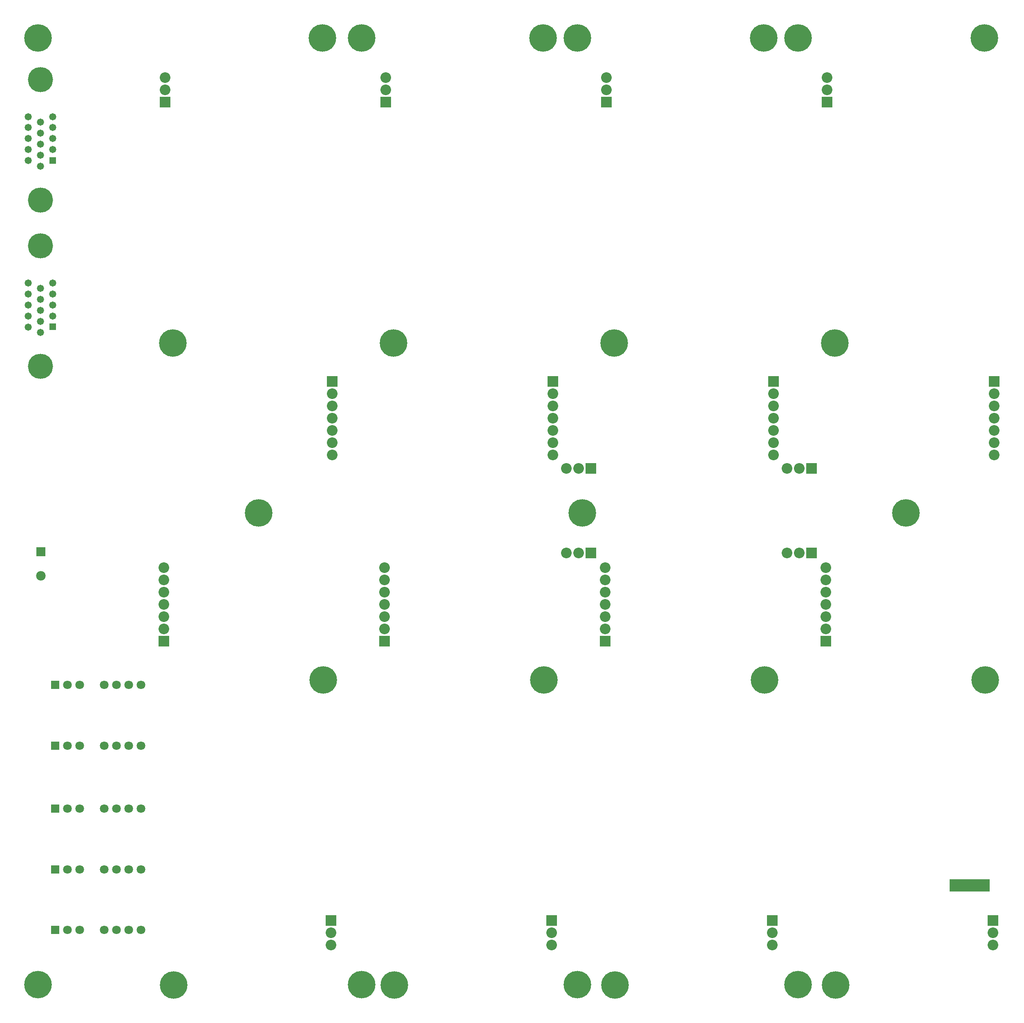
<source format=gbs>
G04*
G04 #@! TF.GenerationSoftware,Altium Limited,Altium Designer,20.0.14 (345)*
G04*
G04 Layer_Color=16711935*
%FSLAX25Y25*%
%MOIN*%
G70*
G01*
G75*
%ADD70C,0.08674*%
%ADD71R,0.08674X0.08674*%
%ADD72R,0.07099X0.07099*%
%ADD73C,0.07099*%
%ADD74R,0.08674X0.08674*%
%ADD75C,0.20485*%
%ADD76C,0.05800*%
%ADD77R,0.05800X0.05800*%
%ADD78C,0.07800*%
%ADD79R,0.07800X0.07800*%
%ADD80C,0.22453*%
%ADD81C,0.03400*%
%ADD106R,0.32673X0.10236*%
D70*
X779964Y442326D02*
D03*
Y462326D02*
D03*
Y452326D02*
D03*
Y472326D02*
D03*
Y482326D02*
D03*
Y432326D02*
D03*
X599964Y442326D02*
D03*
Y462326D02*
D03*
Y452326D02*
D03*
Y472326D02*
D03*
Y482326D02*
D03*
Y432326D02*
D03*
X419964D02*
D03*
Y482326D02*
D03*
Y472326D02*
D03*
Y452326D02*
D03*
Y462326D02*
D03*
Y442326D02*
D03*
X642520Y330425D02*
D03*
Y310425D02*
D03*
Y320425D02*
D03*
Y300425D02*
D03*
Y290425D02*
D03*
Y340425D02*
D03*
X462520D02*
D03*
Y290425D02*
D03*
Y300425D02*
D03*
Y320425D02*
D03*
Y310425D02*
D03*
Y330425D02*
D03*
X239964Y442326D02*
D03*
Y462326D02*
D03*
Y452326D02*
D03*
Y472326D02*
D03*
Y482326D02*
D03*
Y432326D02*
D03*
X102520Y340425D02*
D03*
Y290425D02*
D03*
Y300425D02*
D03*
Y320425D02*
D03*
Y310425D02*
D03*
Y330425D02*
D03*
X282520D02*
D03*
Y310425D02*
D03*
Y320425D02*
D03*
Y300425D02*
D03*
Y290425D02*
D03*
Y340425D02*
D03*
X103476Y740307D02*
D03*
Y730307D02*
D03*
X238999Y42429D02*
D03*
Y32429D02*
D03*
X598999D02*
D03*
Y42429D02*
D03*
X643476Y730307D02*
D03*
Y740307D02*
D03*
X283476D02*
D03*
Y730307D02*
D03*
X418999Y42429D02*
D03*
Y32429D02*
D03*
X778999D02*
D03*
Y42429D02*
D03*
X463476Y730307D02*
D03*
Y740307D02*
D03*
X610964Y421326D02*
D03*
X620964D02*
D03*
X440964D02*
D03*
X430964D02*
D03*
Y352326D02*
D03*
X440964D02*
D03*
X620964D02*
D03*
X610964D02*
D03*
D71*
X779964Y492326D02*
D03*
X599964D02*
D03*
X419964D02*
D03*
X642520Y280425D02*
D03*
X462520D02*
D03*
X239964Y492326D02*
D03*
X102520Y280425D02*
D03*
X282520D02*
D03*
X103476Y720307D02*
D03*
X238999Y52429D02*
D03*
X598999D02*
D03*
X643476Y720307D02*
D03*
X283476D02*
D03*
X418999Y52429D02*
D03*
X778999D02*
D03*
X463476Y720307D02*
D03*
D72*
X14000Y143831D02*
D03*
Y94021D02*
D03*
Y195000D02*
D03*
Y44800D02*
D03*
Y244800D02*
D03*
D73*
X24000Y143831D02*
D03*
X34000D02*
D03*
X54000D02*
D03*
X64000D02*
D03*
X74000D02*
D03*
X84000D02*
D03*
Y94021D02*
D03*
X74000D02*
D03*
X64000D02*
D03*
X54000D02*
D03*
X34000D02*
D03*
X24000D02*
D03*
Y195000D02*
D03*
X34000D02*
D03*
X54000D02*
D03*
X64000D02*
D03*
X74000D02*
D03*
X84000D02*
D03*
Y44800D02*
D03*
X74000D02*
D03*
X64000D02*
D03*
X54000D02*
D03*
X34000D02*
D03*
X24000D02*
D03*
Y244800D02*
D03*
X34000D02*
D03*
X54000D02*
D03*
X64000D02*
D03*
X74000D02*
D03*
X84000D02*
D03*
D74*
X630964Y421326D02*
D03*
X450964D02*
D03*
Y352326D02*
D03*
X630964D02*
D03*
D75*
X2000Y603115D02*
D03*
Y504729D02*
D03*
Y640536D02*
D03*
Y738922D02*
D03*
D76*
Y532406D02*
D03*
Y541383D02*
D03*
Y550359D02*
D03*
Y559335D02*
D03*
Y568312D02*
D03*
X12000Y572800D02*
D03*
Y563824D02*
D03*
Y554847D02*
D03*
Y545871D02*
D03*
X-8000Y572800D02*
D03*
Y563824D02*
D03*
Y554847D02*
D03*
Y545871D02*
D03*
Y536895D02*
D03*
Y672702D02*
D03*
Y681678D02*
D03*
Y690654D02*
D03*
Y699631D02*
D03*
Y708607D02*
D03*
X12000Y681678D02*
D03*
Y690654D02*
D03*
Y699631D02*
D03*
Y708607D02*
D03*
X2000Y704119D02*
D03*
Y695143D02*
D03*
Y686166D02*
D03*
Y677190D02*
D03*
Y668213D02*
D03*
D77*
X11842Y536973D02*
D03*
Y672780D02*
D03*
D78*
X2291Y333800D02*
D03*
D79*
Y353485D02*
D03*
D80*
X180000Y385000D02*
D03*
X110000Y523800D02*
D03*
X412000Y772800D02*
D03*
X440000D02*
D03*
X592000D02*
D03*
X620000D02*
D03*
X444000Y385000D02*
D03*
X708000D02*
D03*
X650552Y-91D02*
D03*
X620000Y0D02*
D03*
X290552Y-91D02*
D03*
X264000Y0D02*
D03*
X0D02*
D03*
X772000Y772800D02*
D03*
X440000Y0D02*
D03*
X412552Y248909D02*
D03*
X772552D02*
D03*
X592552D02*
D03*
X232552D02*
D03*
X232000Y772800D02*
D03*
X264000D02*
D03*
X650000Y523800D02*
D03*
X470000D02*
D03*
X470552Y-91D02*
D03*
X110552D02*
D03*
X290000Y523800D02*
D03*
X-0Y772800D02*
D03*
D81*
X625921Y767041D02*
D03*
X613921Y779041D02*
D03*
X613421Y767541D02*
D03*
X625921Y779041D02*
D03*
X619921Y764541D02*
D03*
X628421Y773041D02*
D03*
X611421D02*
D03*
X619921Y781541D02*
D03*
X625921Y-5759D02*
D03*
X613921Y6241D02*
D03*
X613421Y-5259D02*
D03*
X625921Y6241D02*
D03*
X619921Y-8259D02*
D03*
X628421Y241D02*
D03*
X611421D02*
D03*
X619921Y8741D02*
D03*
X263921D02*
D03*
X255421Y241D02*
D03*
X272422D02*
D03*
X263921Y-8259D02*
D03*
X269921Y6241D02*
D03*
X257421Y-5259D02*
D03*
X257922Y6241D02*
D03*
X269921Y-5759D02*
D03*
X439922Y8741D02*
D03*
X431422Y241D02*
D03*
X448421D02*
D03*
X439922Y-8259D02*
D03*
X445922Y6241D02*
D03*
X433422Y-5259D02*
D03*
X433921Y6241D02*
D03*
X445922Y-5759D02*
D03*
X-78Y8741D02*
D03*
X-8579Y241D02*
D03*
X8422D02*
D03*
X-78Y-8259D02*
D03*
X5922Y6241D02*
D03*
X-6578Y-5259D02*
D03*
X-6078Y6241D02*
D03*
X5922Y-5759D02*
D03*
X439922Y781541D02*
D03*
X431422Y773041D02*
D03*
X448421D02*
D03*
X439922Y764541D02*
D03*
X445922Y779041D02*
D03*
X433422Y767541D02*
D03*
X433921Y779041D02*
D03*
X445922Y767041D02*
D03*
X263921Y781541D02*
D03*
X255421Y773041D02*
D03*
X272422D02*
D03*
X263921Y764541D02*
D03*
X269921Y779041D02*
D03*
X257421Y767541D02*
D03*
X257922Y779041D02*
D03*
X269921Y767041D02*
D03*
X5922D02*
D03*
X-6078Y779041D02*
D03*
X-6578Y767541D02*
D03*
X5922Y779041D02*
D03*
X-78Y764541D02*
D03*
X8422Y773041D02*
D03*
X-8579D02*
D03*
X-78Y781541D02*
D03*
D106*
X759844Y81030D02*
D03*
M02*

</source>
